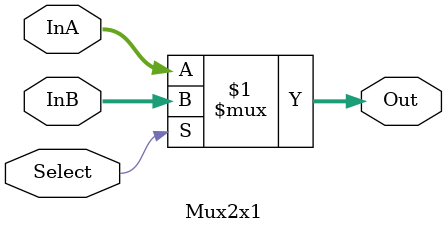
<source format=v>
module Mux2x1 #(parameter W=4)(InA,InB,Select,Out);
			output [W-1:0] Out;
			input  wire[W-1:0] InA,InB;
			input Select;
			
				
				assign Out= Select ? InB: InA;
				
			
endmodule
</source>
